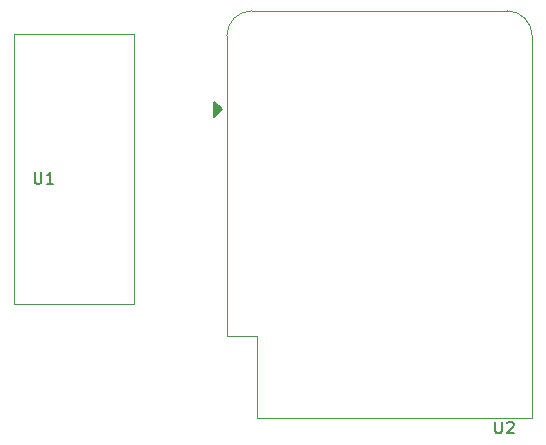
<source format=gbr>
%TF.GenerationSoftware,KiCad,Pcbnew,6.0.2+dfsg-1*%
%TF.CreationDate,2024-08-29T16:54:15+09:00*%
%TF.ProjectId,first,66697273-742e-46b6-9963-61645f706362,rev?*%
%TF.SameCoordinates,Original*%
%TF.FileFunction,Legend,Top*%
%TF.FilePolarity,Positive*%
%FSLAX46Y46*%
G04 Gerber Fmt 4.6, Leading zero omitted, Abs format (unit mm)*
G04 Created by KiCad (PCBNEW 6.0.2+dfsg-1) date 2024-08-29 16:54:15*
%MOMM*%
%LPD*%
G01*
G04 APERTURE LIST*
%ADD10C,0.150000*%
%ADD11C,0.120000*%
G04 APERTURE END LIST*
D10*
%TO.C,U2*%
X170313095Y-73442380D02*
X170313095Y-74251904D01*
X170360714Y-74347142D01*
X170408333Y-74394761D01*
X170503571Y-74442380D01*
X170694047Y-74442380D01*
X170789285Y-74394761D01*
X170836904Y-74347142D01*
X170884523Y-74251904D01*
X170884523Y-73442380D01*
X171313095Y-73537619D02*
X171360714Y-73490000D01*
X171455952Y-73442380D01*
X171694047Y-73442380D01*
X171789285Y-73490000D01*
X171836904Y-73537619D01*
X171884523Y-73632857D01*
X171884523Y-73728095D01*
X171836904Y-73870952D01*
X171265476Y-74442380D01*
X171884523Y-74442380D01*
%TO.C,U1*%
X131318095Y-52292380D02*
X131318095Y-53101904D01*
X131365714Y-53197142D01*
X131413333Y-53244761D01*
X131508571Y-53292380D01*
X131699047Y-53292380D01*
X131794285Y-53244761D01*
X131841904Y-53197142D01*
X131889523Y-53101904D01*
X131889523Y-52292380D01*
X132889523Y-53292380D02*
X132318095Y-53292380D01*
X132603809Y-53292380D02*
X132603809Y-52292380D01*
X132508571Y-52435238D01*
X132413333Y-52530476D01*
X132318095Y-52578095D01*
D11*
%TO.C,U2*%
X147575000Y-66210000D02*
X150115000Y-66210000D01*
X150115000Y-66210000D02*
X150115000Y-73110000D01*
X150115000Y-73110000D02*
X173435000Y-73110000D01*
X147575000Y-66210000D02*
X147575000Y-40780000D01*
X171315000Y-38650000D02*
X149705000Y-38650000D01*
X173435000Y-73110000D02*
X173435000Y-40780000D01*
X173435000Y-40780000D02*
G75*
G03*
X171305000Y-38650000I-2130002J-2D01*
G01*
X149705000Y-38650000D02*
G75*
G03*
X147575000Y-40780000I2J-2130002D01*
G01*
D10*
X146535000Y-46355000D02*
X146535000Y-47625000D01*
X146535000Y-47625000D02*
X147170000Y-46990000D01*
X147170000Y-46990000D02*
X146535000Y-46355000D01*
G36*
X147170000Y-46990000D02*
G01*
X146535000Y-47625000D01*
X146535000Y-46355000D01*
X147170000Y-46990000D01*
G37*
X147170000Y-46990000D02*
X146535000Y-47625000D01*
X146535000Y-46355000D01*
X147170000Y-46990000D01*
D11*
%TO.C,U1*%
X129540000Y-40640000D02*
X139700000Y-40640000D01*
X139700000Y-40640000D02*
X139700000Y-63500000D01*
X139700000Y-63500000D02*
X129540000Y-63500000D01*
X129540000Y-63500000D02*
X129540000Y-40640000D01*
%TD*%
M02*

</source>
